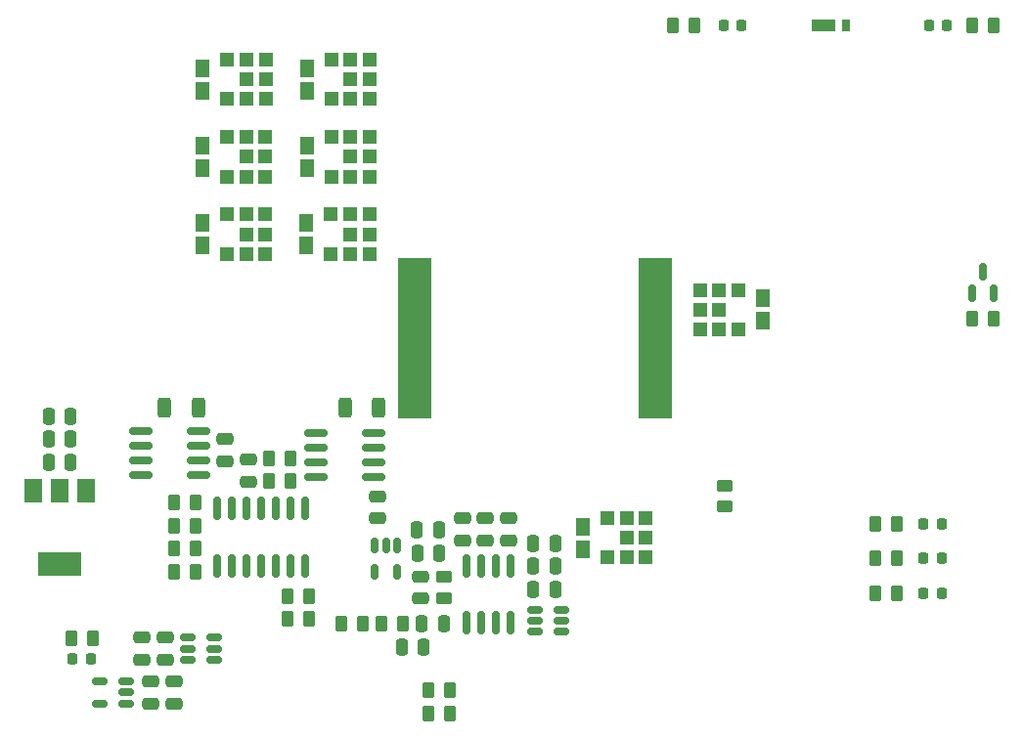
<source format=gbr>
%TF.GenerationSoftware,KiCad,Pcbnew,(6.0.7)*%
%TF.CreationDate,2023-07-07T11:40:33-04:00*%
%TF.ProjectId,small_wind_turbine,736d616c-6c5f-4776-996e-645f74757262,rev?*%
%TF.SameCoordinates,Original*%
%TF.FileFunction,Paste,Top*%
%TF.FilePolarity,Positive*%
%FSLAX46Y46*%
G04 Gerber Fmt 4.6, Leading zero omitted, Abs format (unit mm)*
G04 Created by KiCad (PCBNEW (6.0.7)) date 2023-07-07 11:40:33*
%MOMM*%
%LPD*%
G01*
G04 APERTURE LIST*
G04 Aperture macros list*
%AMRoundRect*
0 Rectangle with rounded corners*
0 $1 Rounding radius*
0 $2 $3 $4 $5 $6 $7 $8 $9 X,Y pos of 4 corners*
0 Add a 4 corners polygon primitive as box body*
4,1,4,$2,$3,$4,$5,$6,$7,$8,$9,$2,$3,0*
0 Add four circle primitives for the rounded corners*
1,1,$1+$1,$2,$3*
1,1,$1+$1,$4,$5*
1,1,$1+$1,$6,$7*
1,1,$1+$1,$8,$9*
0 Add four rect primitives between the rounded corners*
20,1,$1+$1,$2,$3,$4,$5,0*
20,1,$1+$1,$4,$5,$6,$7,0*
20,1,$1+$1,$6,$7,$8,$9,0*
20,1,$1+$1,$8,$9,$2,$3,0*%
G04 Aperture macros list end*
%ADD10RoundRect,0.250000X0.262500X0.450000X-0.262500X0.450000X-0.262500X-0.450000X0.262500X-0.450000X0*%
%ADD11R,1.200000X1.250000*%
%ADD12R,1.300000X1.600000*%
%ADD13RoundRect,0.250000X0.475000X-0.250000X0.475000X0.250000X-0.475000X0.250000X-0.475000X-0.250000X0*%
%ADD14RoundRect,0.218750X0.218750X0.256250X-0.218750X0.256250X-0.218750X-0.256250X0.218750X-0.256250X0*%
%ADD15RoundRect,0.250000X-0.250000X-0.475000X0.250000X-0.475000X0.250000X0.475000X-0.250000X0.475000X0*%
%ADD16R,2.000000X1.100000*%
%ADD17R,0.800000X1.000000*%
%ADD18RoundRect,0.250000X-0.262500X-0.450000X0.262500X-0.450000X0.262500X0.450000X-0.262500X0.450000X0*%
%ADD19RoundRect,0.218750X-0.218750X-0.256250X0.218750X-0.256250X0.218750X0.256250X-0.218750X0.256250X0*%
%ADD20RoundRect,0.250000X-0.450000X0.262500X-0.450000X-0.262500X0.450000X-0.262500X0.450000X0.262500X0*%
%ADD21RoundRect,0.150000X-0.512500X-0.150000X0.512500X-0.150000X0.512500X0.150000X-0.512500X0.150000X0*%
%ADD22RoundRect,0.250000X0.312500X0.625000X-0.312500X0.625000X-0.312500X-0.625000X0.312500X-0.625000X0*%
%ADD23RoundRect,0.250000X-0.475000X0.250000X-0.475000X-0.250000X0.475000X-0.250000X0.475000X0.250000X0*%
%ADD24RoundRect,0.150000X-0.825000X-0.150000X0.825000X-0.150000X0.825000X0.150000X-0.825000X0.150000X0*%
%ADD25RoundRect,0.150000X0.150000X-0.825000X0.150000X0.825000X-0.150000X0.825000X-0.150000X-0.825000X0*%
%ADD26RoundRect,0.250000X0.250000X0.475000X-0.250000X0.475000X-0.250000X-0.475000X0.250000X-0.475000X0*%
%ADD27RoundRect,0.250000X0.450000X-0.262500X0.450000X0.262500X-0.450000X0.262500X-0.450000X-0.262500X0*%
%ADD28R,3.000000X14.000000*%
%ADD29RoundRect,0.150000X-0.150000X0.825000X-0.150000X-0.825000X0.150000X-0.825000X0.150000X0.825000X0*%
%ADD30R,1.500000X2.000000*%
%ADD31R,3.800000X2.000000*%
%ADD32RoundRect,0.150000X-0.150000X0.512500X-0.150000X-0.512500X0.150000X-0.512500X0.150000X0.512500X0*%
%ADD33RoundRect,0.150000X0.512500X0.150000X-0.512500X0.150000X-0.512500X-0.150000X0.512500X-0.150000X0*%
%ADD34RoundRect,0.150000X0.150000X-0.587500X0.150000X0.587500X-0.150000X0.587500X-0.150000X-0.587500X0*%
G04 APERTURE END LIST*
D10*
%TO.C,R10*%
X80612500Y-92500000D03*
X78787500Y-92500000D03*
%TD*%
D11*
%TO.C,Dbs1*%
X94250000Y-81000000D03*
X97600000Y-79300000D03*
X97600000Y-77600000D03*
X95940000Y-81000000D03*
X94250000Y-77600000D03*
X97600000Y-81000000D03*
X95940000Y-79300000D03*
X95940000Y-77600000D03*
D12*
X92150000Y-78315000D03*
X92150000Y-80285000D03*
%TD*%
D13*
%TO.C,C18*%
X54732500Y-93650000D03*
X54732500Y-91750000D03*
%TD*%
D14*
%TO.C,D11*%
X123187500Y-84100000D03*
X121612500Y-84100000D03*
%TD*%
D10*
%TO.C,R6*%
X58612500Y-80250000D03*
X56787500Y-80250000D03*
%TD*%
%TO.C,R14*%
X127700000Y-34900000D03*
X125875000Y-34900000D03*
%TD*%
D15*
%TO.C,C15*%
X45900000Y-70750000D03*
X47800000Y-70750000D03*
%TD*%
D14*
%TO.C,D7*%
X49550000Y-89800000D03*
X47975000Y-89800000D03*
%TD*%
D10*
%TO.C,R4*%
X66825000Y-72400000D03*
X65000000Y-72400000D03*
%TD*%
D14*
%TO.C,D9*%
X123187500Y-78100000D03*
X121612500Y-78100000D03*
%TD*%
D16*
%TO.C,D13*%
X113000000Y-34900000D03*
D17*
X114900000Y-34900000D03*
%TD*%
D10*
%TO.C,R13*%
X49700000Y-88000000D03*
X47875000Y-88000000D03*
%TD*%
D18*
%TO.C,Rc1*%
X74737500Y-86700000D03*
X76562500Y-86700000D03*
%TD*%
D15*
%TO.C,C6*%
X87850000Y-83778792D03*
X89750000Y-83778792D03*
%TD*%
D19*
%TO.C,D8*%
X122087500Y-34900000D03*
X123662500Y-34900000D03*
%TD*%
D13*
%TO.C,C7*%
X63200000Y-74450000D03*
X63200000Y-72550000D03*
%TD*%
D18*
%TO.C,R5*%
X65012500Y-74400000D03*
X66837500Y-74400000D03*
%TD*%
%TO.C,R8*%
X66600000Y-84350000D03*
X68425000Y-84350000D03*
%TD*%
D13*
%TO.C,C2*%
X83700000Y-79500000D03*
X83700000Y-77600000D03*
%TD*%
D15*
%TO.C,Cc1*%
X78200000Y-86700000D03*
X80100000Y-86700000D03*
%TD*%
D13*
%TO.C,C17*%
X56732500Y-93650000D03*
X56732500Y-91750000D03*
%TD*%
D14*
%TO.C,D12*%
X105875000Y-34900000D03*
X104300000Y-34900000D03*
%TD*%
D20*
%TO.C,Rt1*%
X80112500Y-82700000D03*
X80112500Y-84525000D03*
%TD*%
D21*
%TO.C,U9*%
X57982500Y-87950000D03*
X57982500Y-88900000D03*
X57982500Y-89850000D03*
X60257500Y-89850000D03*
X60257500Y-88900000D03*
X60257500Y-87950000D03*
%TD*%
D13*
%TO.C,C8*%
X53982500Y-89850000D03*
X53982500Y-87950000D03*
%TD*%
D22*
%TO.C,Rsh2*%
X58837500Y-68000000D03*
X55912500Y-68000000D03*
%TD*%
D18*
%TO.C,R1*%
X125887500Y-60300000D03*
X127712500Y-60300000D03*
%TD*%
D11*
%TO.C,D2*%
X64700000Y-41300000D03*
X63040000Y-37900000D03*
X61350000Y-41300000D03*
X64700000Y-39600000D03*
X63040000Y-39600000D03*
X64700000Y-37900000D03*
X61350000Y-37900000D03*
X63040000Y-41300000D03*
D12*
X59250000Y-40585000D03*
X59250000Y-38615000D03*
%TD*%
D11*
%TO.C,D5*%
X72000000Y-53000000D03*
X70310000Y-51300000D03*
X72000000Y-51300000D03*
X73660000Y-53000000D03*
X70310000Y-54700000D03*
X73660000Y-54700000D03*
X73660000Y-51300000D03*
X72000000Y-54700000D03*
D12*
X68210000Y-52015000D03*
X68210000Y-53985000D03*
%TD*%
D23*
%TO.C,C10*%
X61200000Y-70750000D03*
X61200000Y-72650000D03*
%TD*%
D24*
%TO.C,U6*%
X53900000Y-70095000D03*
X53900000Y-71365000D03*
X53900000Y-72635000D03*
X53900000Y-73905000D03*
X58850000Y-73905000D03*
X58850000Y-72635000D03*
X58850000Y-71365000D03*
X58850000Y-70095000D03*
%TD*%
D15*
%TO.C,C4*%
X87850000Y-79778792D03*
X89750000Y-79778792D03*
%TD*%
D22*
%TO.C,Rsh1*%
X74462500Y-68000000D03*
X71537500Y-68000000D03*
%TD*%
D15*
%TO.C,C12*%
X77800000Y-80600000D03*
X79700000Y-80600000D03*
%TD*%
D11*
%TO.C,D3*%
X73700000Y-46300000D03*
X70350000Y-44600000D03*
X72040000Y-46300000D03*
X73700000Y-44600000D03*
X70350000Y-48000000D03*
X73700000Y-48000000D03*
X72040000Y-44600000D03*
X72040000Y-48000000D03*
D12*
X68250000Y-47285000D03*
X68250000Y-45315000D03*
%TD*%
D25*
%TO.C,U2*%
X82095000Y-86653792D03*
X83365000Y-86653792D03*
X84635000Y-86653792D03*
X85905000Y-86653792D03*
X85905000Y-81703792D03*
X84635000Y-81703792D03*
X83365000Y-81703792D03*
X82095000Y-81703792D03*
%TD*%
D26*
%TO.C,Cc2*%
X78350000Y-88750000D03*
X76450000Y-88750000D03*
%TD*%
D27*
%TO.C,R12*%
X104400000Y-76600000D03*
X104400000Y-74775000D03*
%TD*%
D18*
%TO.C,R18*%
X99975000Y-34900000D03*
X101800000Y-34900000D03*
%TD*%
%TO.C,R17*%
X117487500Y-84100000D03*
X119312500Y-84100000D03*
%TD*%
D15*
%TO.C,C16*%
X45900000Y-72750000D03*
X47800000Y-72750000D03*
%TD*%
D10*
%TO.C,R11*%
X80612500Y-94500000D03*
X78787500Y-94500000D03*
%TD*%
D13*
%TO.C,C3*%
X85700000Y-79500000D03*
X85700000Y-77600000D03*
%TD*%
D18*
%TO.C,Rf1*%
X71275000Y-86700000D03*
X73100000Y-86700000D03*
%TD*%
%TO.C,R3*%
X56787500Y-78250000D03*
X58612500Y-78250000D03*
%TD*%
D10*
%TO.C,R2*%
X58612500Y-76250000D03*
X56787500Y-76250000D03*
%TD*%
D13*
%TO.C,C9*%
X55982500Y-89850000D03*
X55982500Y-87950000D03*
%TD*%
D28*
%TO.C,Lbuck1*%
X98400000Y-62000000D03*
X77600000Y-62000000D03*
%TD*%
D13*
%TO.C,C11*%
X74400000Y-77600000D03*
X74400000Y-75700000D03*
%TD*%
D11*
%TO.C,D4*%
X64660000Y-46300000D03*
X61310000Y-48000000D03*
X63000000Y-46300000D03*
X64660000Y-44600000D03*
X63000000Y-48000000D03*
X64660000Y-48000000D03*
X61310000Y-44600000D03*
X63000000Y-44600000D03*
D12*
X59210000Y-47285000D03*
X59210000Y-45315000D03*
%TD*%
D29*
%TO.C,U4*%
X68097500Y-76775000D03*
X66827500Y-76775000D03*
X65557500Y-76775000D03*
X64287500Y-76775000D03*
X63017500Y-76775000D03*
X61747500Y-76775000D03*
X60477500Y-76775000D03*
X60477500Y-81725000D03*
X61747500Y-81725000D03*
X63017500Y-81725000D03*
X64287500Y-81725000D03*
X65557500Y-81725000D03*
X66827500Y-81725000D03*
X68097500Y-81725000D03*
%TD*%
D24*
%TO.C,U5*%
X69050000Y-70190000D03*
X69050000Y-71460000D03*
X69050000Y-72730000D03*
X69050000Y-74000000D03*
X74000000Y-74000000D03*
X74000000Y-72730000D03*
X74000000Y-71460000D03*
X74000000Y-70190000D03*
%TD*%
D18*
%TO.C,R9*%
X66600000Y-86350000D03*
X68425000Y-86350000D03*
%TD*%
D15*
%TO.C,C13*%
X77790000Y-78600000D03*
X79690000Y-78600000D03*
%TD*%
D13*
%TO.C,Ct1*%
X78100000Y-84550000D03*
X78100000Y-82650000D03*
%TD*%
D18*
%TO.C,R16*%
X117487500Y-81100000D03*
X119312500Y-81100000D03*
%TD*%
D11*
%TO.C,Dbuck1*%
X102300000Y-61235000D03*
X105650000Y-61235000D03*
X102300000Y-59535000D03*
X103960000Y-57835000D03*
X105650000Y-57835000D03*
X102300000Y-57835000D03*
X103960000Y-59535000D03*
X103960000Y-61235000D03*
D12*
X107750000Y-58550000D03*
X107750000Y-60520000D03*
%TD*%
D21*
%TO.C,U3*%
X88000000Y-85528792D03*
X88000000Y-86478792D03*
X88000000Y-87428792D03*
X90275000Y-87428792D03*
X90275000Y-86478792D03*
X90275000Y-85528792D03*
%TD*%
D30*
%TO.C,U10*%
X49150000Y-75250000D03*
X46850000Y-75250000D03*
D31*
X46850000Y-81550000D03*
D30*
X44550000Y-75250000D03*
%TD*%
D11*
%TO.C,D6*%
X64660000Y-51300000D03*
X63000000Y-53000000D03*
X63000000Y-54700000D03*
X64660000Y-53000000D03*
X61310000Y-54700000D03*
X61310000Y-51300000D03*
X64660000Y-54700000D03*
X63000000Y-51300000D03*
D12*
X59210000Y-53985000D03*
X59210000Y-52015000D03*
%TD*%
D10*
%TO.C,R7*%
X58612500Y-82250000D03*
X56787500Y-82250000D03*
%TD*%
D18*
%TO.C,R15*%
X117487500Y-78100000D03*
X119312500Y-78100000D03*
%TD*%
D32*
%TO.C,U7*%
X76050000Y-79962500D03*
X75100000Y-79962500D03*
X74150000Y-79962500D03*
X74150000Y-82237500D03*
X76050000Y-82237500D03*
%TD*%
D13*
%TO.C,C1*%
X81700000Y-79500000D03*
X81700000Y-77600000D03*
%TD*%
D15*
%TO.C,C14*%
X45900000Y-68750000D03*
X47800000Y-68750000D03*
%TD*%
D33*
%TO.C,U8*%
X52620000Y-93650000D03*
X52620000Y-92700000D03*
X52620000Y-91750000D03*
X50345000Y-91750000D03*
X50345000Y-93650000D03*
%TD*%
D34*
%TO.C,Q1*%
X125850000Y-58137500D03*
X127750000Y-58137500D03*
X126800000Y-56262500D03*
%TD*%
D15*
%TO.C,C5*%
X87850000Y-81778792D03*
X89750000Y-81778792D03*
%TD*%
D11*
%TO.C,D1*%
X70350000Y-37900000D03*
X72040000Y-41300000D03*
X73700000Y-37900000D03*
X72040000Y-39600000D03*
X70350000Y-41300000D03*
X73700000Y-41300000D03*
X72040000Y-37900000D03*
X73700000Y-39600000D03*
D12*
X68250000Y-40585000D03*
X68250000Y-38615000D03*
%TD*%
D14*
%TO.C,D10*%
X123187500Y-81100000D03*
X121612500Y-81100000D03*
%TD*%
M02*

</source>
